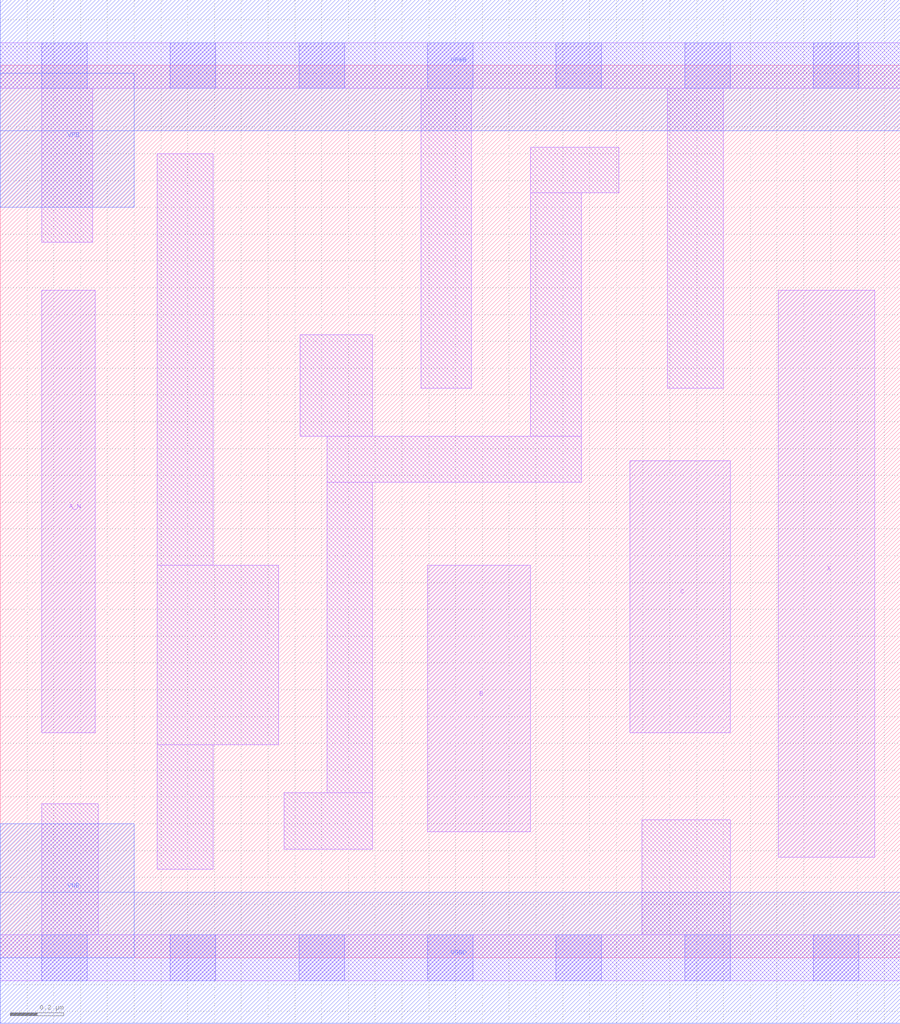
<source format=lef>
# Copyright 2020 The SkyWater PDK Authors
#
# Licensed under the Apache License, Version 2.0 (the "License");
# you may not use this file except in compliance with the License.
# You may obtain a copy of the License at
#
#     https://www.apache.org/licenses/LICENSE-2.0
#
# Unless required by applicable law or agreed to in writing, software
# distributed under the License is distributed on an "AS IS" BASIS,
# WITHOUT WARRANTIES OR CONDITIONS OF ANY KIND, either express or implied.
# See the License for the specific language governing permissions and
# limitations under the License.
#
# SPDX-License-Identifier: Apache-2.0

VERSION 5.5 ;
NAMESCASESENSITIVE ON ;
BUSBITCHARS "[]" ;
DIVIDERCHAR "/" ;
MACRO sky130_fd_sc_lp__and3b_m
  CLASS CORE ;
  SOURCE USER ;
  ORIGIN  0.000000  0.000000 ;
  SIZE  3.360000 BY  3.330000 ;
  SYMMETRY X Y R90 ;
  SITE unit ;
  PIN A_N
    ANTENNAGATEAREA  0.126000 ;
    DIRECTION INPUT ;
    USE SIGNAL ;
    PORT
      LAYER li1 ;
        RECT 0.155000 0.840000 0.355000 2.490000 ;
    END
  END A_N
  PIN B
    ANTENNAGATEAREA  0.126000 ;
    DIRECTION INPUT ;
    USE SIGNAL ;
    PORT
      LAYER li1 ;
        RECT 1.595000 0.470000 1.980000 1.465000 ;
    END
  END B
  PIN C
    ANTENNAGATEAREA  0.126000 ;
    DIRECTION INPUT ;
    USE SIGNAL ;
    PORT
      LAYER li1 ;
        RECT 2.350000 0.840000 2.725000 1.855000 ;
    END
  END C
  PIN X
    ANTENNADIFFAREA  0.222600 ;
    DIRECTION OUTPUT ;
    USE SIGNAL ;
    PORT
      LAYER li1 ;
        RECT 2.905000 0.375000 3.265000 2.490000 ;
    END
  END X
  PIN VGND
    DIRECTION INOUT ;
    USE GROUND ;
    PORT
      LAYER met1 ;
        RECT 0.000000 -0.245000 3.360000 0.245000 ;
    END
  END VGND
  PIN VNB
    DIRECTION INOUT ;
    USE GROUND ;
    PORT
      LAYER met1 ;
        RECT 0.000000 0.000000 0.500000 0.500000 ;
    END
  END VNB
  PIN VPB
    DIRECTION INOUT ;
    USE POWER ;
    PORT
      LAYER met1 ;
        RECT 0.000000 2.800000 0.500000 3.300000 ;
    END
  END VPB
  PIN VPWR
    DIRECTION INOUT ;
    USE POWER ;
    PORT
      LAYER met1 ;
        RECT 0.000000 3.085000 3.360000 3.575000 ;
    END
  END VPWR
  OBS
    LAYER li1 ;
      RECT 0.000000 -0.085000 3.360000 0.085000 ;
      RECT 0.000000  3.245000 3.360000 3.415000 ;
      RECT 0.155000  0.085000 0.365000 0.575000 ;
      RECT 0.155000  2.670000 0.345000 3.245000 ;
      RECT 0.585000  0.330000 0.795000 0.795000 ;
      RECT 0.585000  0.795000 1.040000 1.465000 ;
      RECT 0.585000  1.465000 0.795000 3.000000 ;
      RECT 1.060000  0.405000 1.390000 0.615000 ;
      RECT 1.120000  1.945000 1.390000 2.325000 ;
      RECT 1.220000  0.615000 1.390000 1.775000 ;
      RECT 1.220000  1.775000 2.170000 1.945000 ;
      RECT 1.570000  2.125000 1.760000 3.245000 ;
      RECT 1.980000  1.945000 2.170000 2.855000 ;
      RECT 1.980000  2.855000 2.310000 3.025000 ;
      RECT 2.395000  0.085000 2.725000 0.515000 ;
      RECT 2.490000  2.125000 2.700000 3.245000 ;
    LAYER mcon ;
      RECT 0.155000 -0.085000 0.325000 0.085000 ;
      RECT 0.155000  3.245000 0.325000 3.415000 ;
      RECT 0.635000 -0.085000 0.805000 0.085000 ;
      RECT 0.635000  3.245000 0.805000 3.415000 ;
      RECT 1.115000 -0.085000 1.285000 0.085000 ;
      RECT 1.115000  3.245000 1.285000 3.415000 ;
      RECT 1.595000 -0.085000 1.765000 0.085000 ;
      RECT 1.595000  3.245000 1.765000 3.415000 ;
      RECT 2.075000 -0.085000 2.245000 0.085000 ;
      RECT 2.075000  3.245000 2.245000 3.415000 ;
      RECT 2.555000 -0.085000 2.725000 0.085000 ;
      RECT 2.555000  3.245000 2.725000 3.415000 ;
      RECT 3.035000 -0.085000 3.205000 0.085000 ;
      RECT 3.035000  3.245000 3.205000 3.415000 ;
  END
END sky130_fd_sc_lp__and3b_m

</source>
